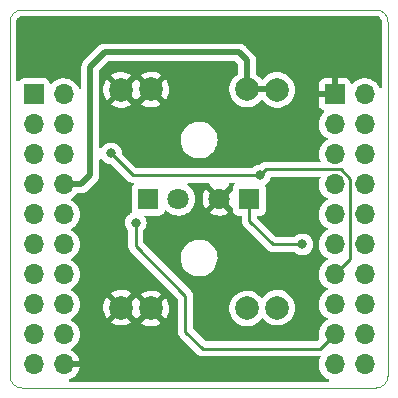
<source format=gbr>
%TF.GenerationSoftware,KiCad,Pcbnew,(5.99.0-3309-g5424d6fa0)*%
%TF.CreationDate,2020-10-07T16:53:38+02:00*%
%TF.ProjectId,ehz-adapter-v2,65687a2d-6164-4617-9074-65722d76322e,rev?*%
%TF.SameCoordinates,Original*%
%TF.FileFunction,Copper,L2,Bot*%
%TF.FilePolarity,Positive*%
%FSLAX46Y46*%
G04 Gerber Fmt 4.6, Leading zero omitted, Abs format (unit mm)*
G04 Created by KiCad (PCBNEW (5.99.0-3309-g5424d6fa0)) date 2020-10-07 16:53:38*
%MOMM*%
%LPD*%
G01*
G04 APERTURE LIST*
%TA.AperFunction,Profile*%
%ADD10C,0.100000*%
%TD*%
%TA.AperFunction,ComponentPad*%
%ADD11C,2.000000*%
%TD*%
%TA.AperFunction,ComponentPad*%
%ADD12R,1.700000X1.700000*%
%TD*%
%TA.AperFunction,ComponentPad*%
%ADD13O,1.700000X1.700000*%
%TD*%
%TA.AperFunction,ComponentPad*%
%ADD14R,1.800000X1.800000*%
%TD*%
%TA.AperFunction,ComponentPad*%
%ADD15C,1.800000*%
%TD*%
%TA.AperFunction,ViaPad*%
%ADD16C,0.800000*%
%TD*%
%TA.AperFunction,Conductor*%
%ADD17C,0.250000*%
%TD*%
%TA.AperFunction,Conductor*%
%ADD18C,0.500000*%
%TD*%
G04 APERTURE END LIST*
D10*
X40000000Y-39000000D02*
G75*
G03*
X39000000Y-40000000I0J-1000000D01*
G01*
X40000000Y-39000000D02*
X70000000Y-39000000D01*
X71000000Y-40000000D02*
X71000000Y-70000000D01*
X39000000Y-70000000D02*
X39000000Y-40000000D01*
X71000000Y-40000000D02*
G75*
G03*
X70000000Y-39000000I-1000000J0D01*
G01*
X39000000Y-70000000D02*
G75*
G03*
X40000000Y-71000000I1000000J0D01*
G01*
X70000000Y-71000000D02*
X40000000Y-71000000D01*
X70000000Y-71000000D02*
G75*
G03*
X71000000Y-70000000I0J1000000D01*
G01*
D11*
X48396000Y-64194800D03*
X50936000Y-64271000D03*
X59064000Y-64271000D03*
X61604000Y-64194800D03*
X48396000Y-45754400D03*
X50936000Y-45729000D03*
X59064000Y-45729000D03*
X61604000Y-45754400D03*
D12*
X41000000Y-46140000D03*
D13*
X43540000Y-46140000D03*
X41000000Y-48680000D03*
X43540000Y-48680000D03*
X41000000Y-51220000D03*
X43540000Y-51220000D03*
X41000000Y-53760000D03*
X43540000Y-53760000D03*
X41000000Y-56300000D03*
X43540000Y-56300000D03*
X41000000Y-58840000D03*
X43540000Y-58840000D03*
X41000000Y-61380000D03*
X43540000Y-61380000D03*
X41000000Y-63920000D03*
X43540000Y-63920000D03*
X41000000Y-66460000D03*
X43540000Y-66460000D03*
X41000000Y-69000000D03*
X43540000Y-69000000D03*
D12*
X66500000Y-46140000D03*
D13*
X69040000Y-46140000D03*
X66500000Y-48680000D03*
X69040000Y-48680000D03*
X66500000Y-51220000D03*
X69040000Y-51220000D03*
X66500000Y-53760000D03*
X69040000Y-53760000D03*
X66500000Y-56300000D03*
X69040000Y-56300000D03*
X66500000Y-58840000D03*
X69040000Y-58840000D03*
X66500000Y-61380000D03*
X69040000Y-61380000D03*
X66500000Y-63920000D03*
X69040000Y-63920000D03*
X66500000Y-66460000D03*
X69040000Y-66460000D03*
X66500000Y-69000000D03*
X69040000Y-69000000D03*
D14*
X59265000Y-55000000D03*
D15*
X56725000Y-55000000D03*
D14*
X50700000Y-55000000D03*
D15*
X53240000Y-55000000D03*
D16*
X60600000Y-59800000D03*
X57000000Y-66200000D03*
X57000000Y-65400000D03*
X63750000Y-58850000D03*
X60150000Y-53000000D03*
X47550000Y-51150000D03*
X49650000Y-57000000D03*
D17*
X61250000Y-58850000D02*
X59265000Y-56865000D01*
X63750000Y-58850000D02*
X61250000Y-58850000D01*
X59265000Y-56865000D02*
X59265000Y-55000000D01*
X60150000Y-53000000D02*
X60650000Y-52500000D01*
X67800000Y-53320998D02*
X67800000Y-60080000D01*
X60650000Y-52500000D02*
X66979002Y-52500000D01*
X60150000Y-53000000D02*
X49400000Y-53000000D01*
X49400000Y-53000000D02*
X47550000Y-51150000D01*
X66979002Y-52500000D02*
X67800000Y-53320998D01*
X67800000Y-60080000D02*
X66500000Y-61380000D01*
X65260000Y-67700000D02*
X66500000Y-66460000D01*
X49650000Y-59000000D02*
X53850000Y-63200000D01*
X49650000Y-57000000D02*
X49650000Y-59000000D01*
X55300000Y-67700000D02*
X65260000Y-67700000D01*
X53850000Y-66250000D02*
X55300000Y-67700000D01*
X53850000Y-63200000D02*
X53850000Y-66250000D01*
D18*
X61578600Y-45729000D02*
X61604000Y-45754400D01*
X59064000Y-43264000D02*
X59064000Y-45729000D01*
X59064000Y-45729000D02*
X61578600Y-45729000D01*
X43540000Y-53760000D02*
X45040000Y-53760000D01*
X58400000Y-42600000D02*
X59064000Y-43264000D01*
X45800000Y-53000000D02*
X45800000Y-43800000D01*
X47000000Y-42600000D02*
X58400000Y-42600000D01*
X45800000Y-43800000D02*
X47000000Y-42600000D01*
X45040000Y-53760000D02*
X45800000Y-53000000D01*
%TA.AperFunction,Conductor*%
G36*
X46767012Y-51624678D02*
G01*
X46793619Y-51656902D01*
X46810963Y-51686944D01*
X46938747Y-51828862D01*
X47093248Y-51941113D01*
X47093250Y-51941114D01*
X47267713Y-52018790D01*
X47454513Y-52058496D01*
X47562592Y-52058496D01*
X48902705Y-53398609D01*
X48908027Y-53406995D01*
X48958320Y-53454224D01*
X48980033Y-53475937D01*
X48983000Y-53478239D01*
X48988136Y-53482224D01*
X49024699Y-53516558D01*
X49051142Y-53531096D01*
X49074974Y-53549582D01*
X49074976Y-53549583D01*
X49121002Y-53569500D01*
X49164952Y-53593662D01*
X49194176Y-53601166D01*
X49208020Y-53607157D01*
X49221863Y-53613147D01*
X49271396Y-53620993D01*
X49493716Y-53678073D01*
X49464060Y-53712297D01*
X49464056Y-53712300D01*
X49368437Y-53822651D01*
X49307780Y-53955471D01*
X49307780Y-53955474D01*
X49287000Y-54099997D01*
X49287000Y-55900001D01*
X49288385Y-55906368D01*
X49333359Y-56113108D01*
X49333360Y-56113109D01*
X49339983Y-56143555D01*
X49245208Y-56185753D01*
X49193250Y-56208886D01*
X49132057Y-56253345D01*
X49038747Y-56321138D01*
X48910963Y-56463056D01*
X48830400Y-56602597D01*
X48815476Y-56628446D01*
X48756462Y-56810073D01*
X48736500Y-57000000D01*
X48756462Y-57189927D01*
X48764017Y-57213179D01*
X48815476Y-57371554D01*
X48881672Y-57486208D01*
X48910963Y-57536942D01*
X49016500Y-57654153D01*
X49016501Y-58930218D01*
X49014334Y-58939912D01*
X49016501Y-59008857D01*
X49016501Y-59039578D01*
X49017786Y-59049753D01*
X49019362Y-59099883D01*
X49027780Y-59128858D01*
X49030128Y-59147448D01*
X49031561Y-59158791D01*
X49050020Y-59205413D01*
X49064014Y-59253579D01*
X49079373Y-59279551D01*
X49090478Y-59307599D01*
X49103800Y-59325935D01*
X49119958Y-59348174D01*
X49145487Y-59391341D01*
X49145855Y-59391759D01*
X49166953Y-59412857D01*
X49184554Y-59437082D01*
X49184555Y-59437083D01*
X49222904Y-59468808D01*
X53216500Y-63462405D01*
X53216501Y-66180218D01*
X53214334Y-66189912D01*
X53216501Y-66258857D01*
X53216501Y-66289578D01*
X53217786Y-66299753D01*
X53219362Y-66349883D01*
X53227780Y-66378858D01*
X53230128Y-66397448D01*
X53231561Y-66408791D01*
X53250020Y-66455413D01*
X53264014Y-66503579D01*
X53279373Y-66529551D01*
X53290478Y-66557599D01*
X53290479Y-66557600D01*
X53319958Y-66598174D01*
X53345487Y-66641341D01*
X53345855Y-66641759D01*
X53366953Y-66662857D01*
X53384554Y-66687082D01*
X53384555Y-66687083D01*
X53422904Y-66718808D01*
X54802707Y-68098612D01*
X54808027Y-68106995D01*
X54858290Y-68154195D01*
X54880033Y-68175938D01*
X54888143Y-68182228D01*
X54924699Y-68216557D01*
X54951139Y-68231092D01*
X54963058Y-68240337D01*
X54974976Y-68249583D01*
X55021003Y-68269501D01*
X55064952Y-68293662D01*
X55094172Y-68301164D01*
X55121864Y-68313148D01*
X55171403Y-68320995D01*
X55219975Y-68333465D01*
X55220529Y-68333500D01*
X55250368Y-68333500D01*
X55279944Y-68338184D01*
X55329498Y-68333500D01*
X65190222Y-68333500D01*
X65199912Y-68335666D01*
X65268826Y-68333500D01*
X65297104Y-68333500D01*
X65184060Y-68644933D01*
X65143048Y-68871731D01*
X65140837Y-69102193D01*
X65177487Y-69329742D01*
X65247209Y-69533962D01*
X65251952Y-69547855D01*
X65362102Y-69750305D01*
X65504789Y-69931302D01*
X65675931Y-70085670D01*
X65748259Y-70131482D01*
X65870638Y-70208997D01*
X65967027Y-70249218D01*
X66022192Y-70293910D01*
X66044436Y-70361332D01*
X66026698Y-70430077D01*
X65974610Y-70478319D01*
X65918505Y-70491500D01*
X44125423Y-70491500D01*
X44057302Y-70471498D01*
X44010809Y-70417842D01*
X44000705Y-70347568D01*
X44030199Y-70282988D01*
X44070485Y-70252108D01*
X44235868Y-70171981D01*
X44423386Y-70037978D01*
X44585647Y-69874294D01*
X44718009Y-69685612D01*
X44816683Y-69477337D01*
X44878859Y-69255398D01*
X44879004Y-69254000D01*
X43286000Y-69254000D01*
X43286000Y-68746000D01*
X44877194Y-68746000D01*
X44825612Y-68547263D01*
X44730952Y-68337125D01*
X44602240Y-68145942D01*
X44443150Y-67979172D01*
X44258238Y-67841594D01*
X44073789Y-67747805D01*
X44423386Y-67497978D01*
X44529135Y-67391302D01*
X44585646Y-67334296D01*
X44718007Y-67145616D01*
X44750109Y-67077857D01*
X44816683Y-66937337D01*
X44878859Y-66715399D01*
X44902749Y-66486167D01*
X44903000Y-66460003D01*
X44898655Y-66408788D01*
X44883514Y-66230349D01*
X44825612Y-66007264D01*
X44821340Y-65997779D01*
X44730952Y-65797125D01*
X44602240Y-65605942D01*
X44602239Y-65605941D01*
X44602238Y-65605939D01*
X44443151Y-65439173D01*
X44424879Y-65425578D01*
X47524431Y-65425578D01*
X47621278Y-65494405D01*
X47839032Y-65601553D01*
X48071105Y-65672505D01*
X48311543Y-65705441D01*
X48554148Y-65699513D01*
X48792693Y-65654870D01*
X49021027Y-65572664D01*
X49148909Y-65501778D01*
X50064431Y-65501778D01*
X50161278Y-65570605D01*
X50379032Y-65677753D01*
X50611105Y-65748705D01*
X50851543Y-65781641D01*
X51094148Y-65775713D01*
X51332693Y-65731070D01*
X51561027Y-65648864D01*
X51773281Y-65531210D01*
X51808941Y-65503150D01*
X50936000Y-64630209D01*
X50064431Y-65501778D01*
X49148909Y-65501778D01*
X49233281Y-65455010D01*
X49268941Y-65426950D01*
X48396000Y-64554009D01*
X47524431Y-65425578D01*
X44424879Y-65425578D01*
X44365143Y-65381133D01*
X44258238Y-65301594D01*
X44073789Y-65207805D01*
X44423386Y-64957978D01*
X44529135Y-64851302D01*
X44585646Y-64794296D01*
X44718007Y-64605616D01*
X44747140Y-64544124D01*
X44816683Y-64397337D01*
X44843855Y-64300344D01*
X46886686Y-64300344D01*
X46922975Y-64540294D01*
X46997161Y-64771357D01*
X47107339Y-64987594D01*
X47165090Y-65066501D01*
X48036791Y-64194800D01*
X48755209Y-64194800D01*
X49704100Y-65143691D01*
X50576791Y-64271000D01*
X51295209Y-64271000D01*
X52167378Y-65143169D01*
X52261852Y-64999891D01*
X52361333Y-64778539D01*
X52424145Y-64544124D01*
X52448668Y-64302685D01*
X52449000Y-64270999D01*
X52429537Y-64029101D01*
X52371650Y-63793425D01*
X52276826Y-63570033D01*
X52168383Y-63397826D01*
X51295209Y-64271000D01*
X50576791Y-64271000D01*
X49630028Y-63324239D01*
X49628383Y-63321626D01*
X48755209Y-64194800D01*
X48036791Y-64194800D01*
X47164502Y-63322511D01*
X47124222Y-63375194D01*
X47009542Y-63589072D01*
X46930533Y-63818532D01*
X46889227Y-64057670D01*
X46886686Y-64300344D01*
X44843855Y-64300344D01*
X44878859Y-64175399D01*
X44902749Y-63946167D01*
X44903000Y-63920003D01*
X44883514Y-63690349D01*
X44825611Y-63467261D01*
X44730952Y-63257125D01*
X44602240Y-63065942D01*
X44602239Y-63065941D01*
X44602238Y-63065939D01*
X44504823Y-62963821D01*
X47524230Y-62963821D01*
X48396000Y-63835591D01*
X49191570Y-63040021D01*
X50064230Y-63040021D01*
X50936000Y-63911791D01*
X51810305Y-63037486D01*
X51799493Y-63028603D01*
X51589742Y-62906525D01*
X51363184Y-62819558D01*
X51125628Y-62769930D01*
X50883199Y-62758922D01*
X50642126Y-62786815D01*
X50408609Y-62852893D01*
X50188667Y-62955454D01*
X50064230Y-63040021D01*
X49191570Y-63040021D01*
X49270305Y-62961286D01*
X49259493Y-62952403D01*
X49049742Y-62830325D01*
X48823184Y-62743358D01*
X48585628Y-62693730D01*
X48343199Y-62682722D01*
X48102126Y-62710615D01*
X47868609Y-62776693D01*
X47648667Y-62879254D01*
X47524230Y-62963821D01*
X44504823Y-62963821D01*
X44443151Y-62899173D01*
X44434047Y-62892399D01*
X44321499Y-62808661D01*
X44258241Y-62761596D01*
X44258240Y-62761595D01*
X44258238Y-62761594D01*
X44073789Y-62667805D01*
X44423386Y-62417978D01*
X44529135Y-62311302D01*
X44585646Y-62254296D01*
X44718007Y-62065616D01*
X44750108Y-61997859D01*
X44816683Y-61857337D01*
X44878859Y-61635399D01*
X44902749Y-61406167D01*
X44903000Y-61380003D01*
X44899823Y-61342554D01*
X44883514Y-61150349D01*
X44825612Y-60927264D01*
X44821340Y-60917779D01*
X44730952Y-60717125D01*
X44602240Y-60525942D01*
X44602239Y-60525941D01*
X44602238Y-60525939D01*
X44443151Y-60359173D01*
X44258241Y-60221596D01*
X44258240Y-60221595D01*
X44258238Y-60221594D01*
X44073789Y-60127805D01*
X44423386Y-59877978D01*
X44529135Y-59771302D01*
X44585646Y-59714296D01*
X44718007Y-59525616D01*
X44737977Y-59483465D01*
X44816683Y-59317337D01*
X44878859Y-59095399D01*
X44902749Y-58866167D01*
X44903000Y-58840003D01*
X44883514Y-58610349D01*
X44825611Y-58387261D01*
X44730952Y-58177125D01*
X44602240Y-57985942D01*
X44602239Y-57985941D01*
X44602238Y-57985939D01*
X44443151Y-57819173D01*
X44258241Y-57681596D01*
X44258240Y-57681595D01*
X44258238Y-57681594D01*
X44073789Y-57587805D01*
X44423386Y-57337978D01*
X44458969Y-57302083D01*
X44585646Y-57174296D01*
X44718007Y-56985616D01*
X44751577Y-56914759D01*
X44816683Y-56777337D01*
X44878859Y-56555399D01*
X44902749Y-56326167D01*
X44903000Y-56300003D01*
X44889726Y-56143555D01*
X44883514Y-56070349D01*
X44825612Y-55847264D01*
X44824414Y-55844603D01*
X44730952Y-55637125D01*
X44602240Y-55445942D01*
X44602239Y-55445941D01*
X44602238Y-55445939D01*
X44443151Y-55279173D01*
X44258241Y-55141596D01*
X44258240Y-55141595D01*
X44258238Y-55141594D01*
X44073789Y-55047805D01*
X44423386Y-54797978D01*
X44529135Y-54691302D01*
X44585646Y-54634296D01*
X44608981Y-54601032D01*
X44666879Y-54518500D01*
X44983544Y-54518500D01*
X45013355Y-54523035D01*
X45069109Y-54518500D01*
X45082886Y-54518500D01*
X45114677Y-54514794D01*
X45175981Y-54509807D01*
X45189606Y-54508699D01*
X45202343Y-54504573D01*
X45215643Y-54503022D01*
X45286317Y-54477369D01*
X45357830Y-54454202D01*
X45369276Y-54447256D01*
X45381864Y-54442687D01*
X45403372Y-54428586D01*
X45444747Y-54401459D01*
X45509006Y-54362465D01*
X45522786Y-54350295D01*
X45529747Y-54345731D01*
X45580048Y-54292632D01*
X46296421Y-53576260D01*
X46320705Y-53558390D01*
X46356926Y-53515755D01*
X46366665Y-53506016D01*
X46386515Y-53480927D01*
X46415342Y-53446995D01*
X46435197Y-53423624D01*
X46435199Y-53423621D01*
X46441287Y-53411699D01*
X46449594Y-53401198D01*
X46481423Y-53333096D01*
X46497034Y-53302524D01*
X46515615Y-53266135D01*
X46515616Y-53266132D01*
X46518799Y-53253126D01*
X46524465Y-53241001D01*
X46524466Y-53240999D01*
X46539774Y-53167403D01*
X46557645Y-53094370D01*
X46558500Y-53080589D01*
X46558784Y-53076012D01*
X46560477Y-53067873D01*
X46558500Y-52994817D01*
X46558500Y-51719902D01*
X46578502Y-51651781D01*
X46632158Y-51605288D01*
X46702432Y-51595184D01*
X46767012Y-51624678D01*
G37*
%TD.AperFunction*%
%TA.AperFunction,Conductor*%
G36*
X65184060Y-53404933D02*
G01*
X65143048Y-53631731D01*
X65140837Y-53862193D01*
X65177487Y-54089742D01*
X65246756Y-54292636D01*
X65251952Y-54307855D01*
X65362102Y-54510305D01*
X65504789Y-54691302D01*
X65675931Y-54845670D01*
X65812195Y-54931979D01*
X65970864Y-55032480D01*
X65696925Y-55198709D01*
X65620800Y-55264768D01*
X65522851Y-55349764D01*
X65376716Y-55527988D01*
X65262699Y-55728287D01*
X65223380Y-55836610D01*
X65184060Y-55944933D01*
X65143048Y-56171731D01*
X65141178Y-56366641D01*
X65140837Y-56402196D01*
X65150640Y-56463056D01*
X65177487Y-56629742D01*
X65247209Y-56833962D01*
X65251952Y-56847855D01*
X65362102Y-57050305D01*
X65504789Y-57231302D01*
X65675931Y-57385670D01*
X65812195Y-57471979D01*
X65970864Y-57572480D01*
X65696925Y-57738709D01*
X65609888Y-57814237D01*
X65522851Y-57889764D01*
X65376716Y-58067988D01*
X65262699Y-58268287D01*
X65223380Y-58376609D01*
X65184060Y-58484933D01*
X65143048Y-58711731D01*
X65141475Y-58875672D01*
X65140837Y-58942196D01*
X65151574Y-59008857D01*
X65177487Y-59169742D01*
X65248746Y-59378464D01*
X65251952Y-59387855D01*
X65362102Y-59590305D01*
X65504789Y-59771302D01*
X65675931Y-59925670D01*
X65793283Y-60000000D01*
X65970864Y-60112480D01*
X65696925Y-60278709D01*
X65609888Y-60354237D01*
X65522851Y-60429764D01*
X65376716Y-60607988D01*
X65262699Y-60808287D01*
X65223380Y-60916610D01*
X65184060Y-61024933D01*
X65143048Y-61251731D01*
X65141401Y-61423399D01*
X65140837Y-61482196D01*
X65162827Y-61618722D01*
X65177487Y-61709742D01*
X65247209Y-61913962D01*
X65251952Y-61927855D01*
X65362102Y-62130305D01*
X65504789Y-62311302D01*
X65675931Y-62465670D01*
X65812195Y-62551979D01*
X65970864Y-62652480D01*
X65696925Y-62818709D01*
X65627154Y-62879254D01*
X65522851Y-62969764D01*
X65376716Y-63147988D01*
X65262699Y-63348287D01*
X65225273Y-63451395D01*
X65184060Y-63564933D01*
X65143048Y-63791731D01*
X65141502Y-63952900D01*
X65140837Y-64022196D01*
X65146551Y-64057670D01*
X65177487Y-64249742D01*
X65247209Y-64453962D01*
X65251952Y-64467855D01*
X65362102Y-64670305D01*
X65504789Y-64851302D01*
X65675931Y-65005670D01*
X65812195Y-65091979D01*
X65970864Y-65192480D01*
X65696925Y-65358709D01*
X65614742Y-65430025D01*
X65522851Y-65509764D01*
X65376716Y-65687988D01*
X65262699Y-65888287D01*
X65226652Y-65987596D01*
X65184060Y-66104933D01*
X65143048Y-66331731D01*
X65141150Y-66529548D01*
X65140837Y-66562196D01*
X65177487Y-66789740D01*
X65202141Y-66861955D01*
X64997596Y-67066500D01*
X55562404Y-67066500D01*
X54483500Y-65987596D01*
X54483500Y-64376544D01*
X57554686Y-64376544D01*
X57570870Y-64483554D01*
X57590975Y-64616495D01*
X57665162Y-64847559D01*
X57775337Y-65063791D01*
X57795968Y-65091979D01*
X57918666Y-65259626D01*
X58091461Y-65430025D01*
X58289274Y-65570603D01*
X58289277Y-65570604D01*
X58289279Y-65570606D01*
X58507028Y-65677752D01*
X58739105Y-65748705D01*
X58979542Y-65781641D01*
X58979543Y-65781641D01*
X59222148Y-65775713D01*
X59460693Y-65731070D01*
X59689027Y-65648864D01*
X59901281Y-65531210D01*
X59998114Y-65455010D01*
X60091996Y-65381133D01*
X60256257Y-65202499D01*
X60256260Y-65202496D01*
X60343634Y-65069987D01*
X60458665Y-65183424D01*
X60458666Y-65183425D01*
X60472575Y-65197141D01*
X60631462Y-65353826D01*
X60829274Y-65494403D01*
X60829277Y-65494404D01*
X60829279Y-65494406D01*
X61047028Y-65601552D01*
X61279105Y-65672505D01*
X61519542Y-65705441D01*
X61519543Y-65705441D01*
X61762148Y-65699513D01*
X62000693Y-65654870D01*
X62229027Y-65572664D01*
X62342500Y-65509765D01*
X62441281Y-65455010D01*
X62563658Y-65358709D01*
X62631996Y-65304933D01*
X62796259Y-65126297D01*
X62835688Y-65066501D01*
X62929852Y-64923693D01*
X62964069Y-64847557D01*
X63029333Y-64702339D01*
X63092145Y-64467924D01*
X63116668Y-64226485D01*
X63117000Y-64194799D01*
X63097537Y-63952901D01*
X63083250Y-63894732D01*
X63057950Y-63791730D01*
X63039650Y-63717225D01*
X62944824Y-63493828D01*
X62815508Y-63288478D01*
X62655018Y-63106438D01*
X62467494Y-62952404D01*
X62467493Y-62952403D01*
X62467490Y-62952401D01*
X62257746Y-62830327D01*
X62257742Y-62830325D01*
X62031184Y-62743358D01*
X61874452Y-62710615D01*
X61793629Y-62693730D01*
X61712818Y-62690061D01*
X61551199Y-62682722D01*
X61551197Y-62682722D01*
X61310123Y-62710615D01*
X61076610Y-62776692D01*
X60856666Y-62879254D01*
X60655948Y-63015662D01*
X60479622Y-63182405D01*
X60333327Y-63373752D01*
X60310188Y-63404016D01*
X60275509Y-63364680D01*
X60275507Y-63364677D01*
X60181995Y-63258609D01*
X60115018Y-63182638D01*
X59927494Y-63028604D01*
X59927493Y-63028603D01*
X59927490Y-63028601D01*
X59717746Y-62906527D01*
X59717742Y-62906525D01*
X59491184Y-62819558D01*
X59336041Y-62787147D01*
X59253629Y-62769930D01*
X59172818Y-62766261D01*
X59011199Y-62758922D01*
X59011197Y-62758922D01*
X58770123Y-62786815D01*
X58536610Y-62852892D01*
X58316666Y-62955454D01*
X58115948Y-63091862D01*
X57949743Y-63249034D01*
X57939618Y-63258609D01*
X57792222Y-63451395D01*
X57677542Y-63665272D01*
X57598533Y-63894732D01*
X57557227Y-64133870D01*
X57554686Y-64376544D01*
X54483500Y-64376544D01*
X54483500Y-63269778D01*
X54485666Y-63260088D01*
X54483500Y-63191174D01*
X54483500Y-63160422D01*
X54482213Y-63150237D01*
X54480638Y-63100116D01*
X54472222Y-63071146D01*
X54468440Y-63041212D01*
X54468440Y-63041211D01*
X54449976Y-62994575D01*
X54442768Y-62969765D01*
X54435986Y-62946421D01*
X54420629Y-62920454D01*
X54409522Y-62892400D01*
X54409522Y-62892399D01*
X54380042Y-62851823D01*
X54354515Y-62808661D01*
X54354514Y-62808660D01*
X54354513Y-62808658D01*
X54354145Y-62808240D01*
X54333048Y-62787143D01*
X54315447Y-62762917D01*
X54277093Y-62731188D01*
X53394995Y-61849090D01*
X51654935Y-60109030D01*
X53440807Y-60109030D01*
X53478296Y-60356911D01*
X53532566Y-60525941D01*
X53554935Y-60595613D01*
X53663298Y-60808286D01*
X53668753Y-60818993D01*
X53816817Y-61021297D01*
X53944106Y-61146820D01*
X53995323Y-61197327D01*
X54199677Y-61342554D01*
X54424621Y-61453241D01*
X54576523Y-61499682D01*
X54664368Y-61526539D01*
X54788560Y-61543551D01*
X54912751Y-61560563D01*
X54912752Y-61560563D01*
X55163374Y-61554439D01*
X55409803Y-61508321D01*
X55645682Y-61423399D01*
X55723970Y-61380003D01*
X55864951Y-61301856D01*
X55928650Y-61251730D01*
X56061968Y-61146820D01*
X56231660Y-60962281D01*
X56369666Y-60752983D01*
X56472436Y-60524311D01*
X56537323Y-60282150D01*
X56562657Y-60032732D01*
X56563000Y-60000000D01*
X56542894Y-59750107D01*
X56483094Y-59506643D01*
X56385136Y-59275866D01*
X56271490Y-59095401D01*
X56251543Y-59063726D01*
X56085751Y-58875672D01*
X55892025Y-58716544D01*
X55675350Y-58590436D01*
X55441300Y-58500592D01*
X55441299Y-58500592D01*
X55441297Y-58500591D01*
X55195897Y-58449325D01*
X54945454Y-58437952D01*
X54945452Y-58437952D01*
X54862439Y-58447557D01*
X54696408Y-58466767D01*
X54455187Y-58535026D01*
X54455184Y-58535027D01*
X54455182Y-58535028D01*
X54227969Y-58640979D01*
X54020618Y-58781895D01*
X53838465Y-58954149D01*
X53704889Y-59128858D01*
X53686192Y-59153313D01*
X53567724Y-59374254D01*
X53486105Y-59611297D01*
X53443433Y-59858339D01*
X53440807Y-60109030D01*
X51654935Y-60109030D01*
X50283500Y-58737596D01*
X50283500Y-57654153D01*
X50389037Y-57536942D01*
X50418329Y-57486208D01*
X50484524Y-57371554D01*
X50535983Y-57213179D01*
X50543538Y-57189927D01*
X50563500Y-57000000D01*
X50543538Y-56810073D01*
X50484524Y-56628446D01*
X50484523Y-56628443D01*
X50360138Y-56413000D01*
X51600002Y-56413000D01*
X51813105Y-56366642D01*
X51813106Y-56366641D01*
X51813108Y-56366641D01*
X51935944Y-56287700D01*
X52031563Y-56177349D01*
X52092220Y-56044529D01*
X52092220Y-56044528D01*
X52151653Y-55914388D01*
X52208280Y-55965464D01*
X52208281Y-55965466D01*
X52385701Y-56125497D01*
X52587549Y-56253346D01*
X52699353Y-56300000D01*
X52808055Y-56345360D01*
X53040907Y-56398903D01*
X53279453Y-56412449D01*
X53279454Y-56412449D01*
X53516868Y-56385610D01*
X53516871Y-56385609D01*
X53516872Y-56385609D01*
X53746374Y-56319149D01*
X53746375Y-56319149D01*
X53746377Y-56319148D01*
X53961395Y-56214973D01*
X54038845Y-56159626D01*
X55924584Y-56159626D01*
X56072548Y-56253345D01*
X56293055Y-56345360D01*
X56525907Y-56398903D01*
X56764454Y-56412449D01*
X57001868Y-56385610D01*
X57231377Y-56319148D01*
X57446399Y-56214971D01*
X57524762Y-56158971D01*
X56725000Y-55359209D01*
X55924584Y-56159626D01*
X54038845Y-56159626D01*
X54155795Y-56076053D01*
X54324003Y-55906369D01*
X54328470Y-55900002D01*
X54461220Y-55710767D01*
X54461221Y-55710765D01*
X54563518Y-55494845D01*
X54627973Y-55264768D01*
X54644525Y-55105942D01*
X55315977Y-55105942D01*
X55353972Y-55341838D01*
X55431169Y-55567952D01*
X55545358Y-55777826D01*
X55564140Y-55801651D01*
X56365791Y-55000000D01*
X55562739Y-54196948D01*
X55560512Y-54199665D01*
X55442309Y-54407316D01*
X55360786Y-54631909D01*
X55318270Y-54867026D01*
X55315977Y-55105942D01*
X54644525Y-55105942D01*
X54652740Y-55027126D01*
X54653000Y-55000000D01*
X54632799Y-54761923D01*
X54572774Y-54530657D01*
X54565629Y-54514794D01*
X54474640Y-54312808D01*
X54471306Y-54307855D01*
X54341207Y-54114612D01*
X54341205Y-54114609D01*
X54176282Y-53941726D01*
X54067230Y-53860589D01*
X54024517Y-53803879D01*
X54019244Y-53733079D01*
X54053086Y-53670667D01*
X54142443Y-53633500D01*
X55812419Y-53633500D01*
X55880540Y-53653502D01*
X55927033Y-53707158D01*
X55937137Y-53777432D01*
X55913468Y-53829259D01*
X56725000Y-54640791D01*
X57532027Y-53833764D01*
X57509517Y-53803878D01*
X57504245Y-53733077D01*
X57538087Y-53670666D01*
X57627443Y-53633500D01*
X58019820Y-53633500D01*
X57933439Y-53822649D01*
X57933437Y-53822651D01*
X57872780Y-53955471D01*
X57872780Y-53955474D01*
X57852000Y-54099997D01*
X57852000Y-54232211D01*
X57084210Y-55000000D01*
X57852000Y-55767789D01*
X57852000Y-55900002D01*
X57883440Y-56044529D01*
X57898359Y-56113108D01*
X57977300Y-56235944D01*
X58087651Y-56331563D01*
X58220471Y-56392220D01*
X58289835Y-56402193D01*
X58364997Y-56413000D01*
X58631500Y-56413000D01*
X58631500Y-56795222D01*
X58629334Y-56804912D01*
X58629334Y-56804913D01*
X58630389Y-56838464D01*
X58631500Y-56873826D01*
X58631500Y-56904577D01*
X58632787Y-56914759D01*
X58634362Y-56964883D01*
X58642779Y-56993857D01*
X58646560Y-57023788D01*
X58665024Y-57070424D01*
X58679014Y-57118578D01*
X58692316Y-57141070D01*
X58694372Y-57144547D01*
X58705478Y-57172600D01*
X58734960Y-57213179D01*
X58760485Y-57256338D01*
X58760487Y-57256341D01*
X58760855Y-57256759D01*
X58781952Y-57277856D01*
X58799554Y-57302083D01*
X58837909Y-57333813D01*
X60752707Y-59248612D01*
X60758027Y-59256995D01*
X60808290Y-59304195D01*
X60830033Y-59325938D01*
X60838143Y-59332228D01*
X60874699Y-59366557D01*
X60901139Y-59381092D01*
X60919631Y-59395436D01*
X60924978Y-59399584D01*
X60971004Y-59419502D01*
X61014952Y-59443662D01*
X61044177Y-59451166D01*
X61052203Y-59454639D01*
X61071864Y-59463147D01*
X61121395Y-59470993D01*
X61169975Y-59483465D01*
X61170529Y-59483500D01*
X61200369Y-59483500D01*
X61229944Y-59488184D01*
X61279498Y-59483500D01*
X63097904Y-59483500D01*
X63138750Y-59528864D01*
X63293248Y-59641113D01*
X63293250Y-59641114D01*
X63467713Y-59718790D01*
X63654513Y-59758496D01*
X63845487Y-59758496D01*
X64032287Y-59718790D01*
X64206750Y-59641114D01*
X64206752Y-59641113D01*
X64361253Y-59528862D01*
X64489037Y-59386944D01*
X64584524Y-59221554D01*
X64589768Y-59205414D01*
X64643538Y-59039927D01*
X64663500Y-58850000D01*
X64643538Y-58660073D01*
X64584524Y-58478446D01*
X64561145Y-58437952D01*
X64489037Y-58313056D01*
X64361253Y-58171138D01*
X64206752Y-58058887D01*
X64206750Y-58058886D01*
X64032287Y-57981210D01*
X63845487Y-57941504D01*
X63654513Y-57941504D01*
X63467713Y-57981210D01*
X63293250Y-58058886D01*
X63293248Y-58058887D01*
X63280722Y-58067988D01*
X63138749Y-58171137D01*
X63097904Y-58216500D01*
X61512405Y-58216500D01*
X59898500Y-56602596D01*
X59898500Y-56413000D01*
X60165002Y-56413000D01*
X60378105Y-56366642D01*
X60378106Y-56366641D01*
X60378108Y-56366641D01*
X60500944Y-56287700D01*
X60596563Y-56177349D01*
X60657220Y-56044529D01*
X60667610Y-55972264D01*
X60678000Y-55900003D01*
X60678000Y-54099998D01*
X60610253Y-53788571D01*
X60761253Y-53678862D01*
X60889037Y-53536944D01*
X60984525Y-53371553D01*
X61016746Y-53272384D01*
X61043538Y-53189927D01*
X61043538Y-53189924D01*
X61061871Y-53133500D01*
X65282586Y-53133500D01*
X65184060Y-53404933D01*
G37*
%TD.AperFunction*%
%TA.AperFunction,Conductor*%
G36*
X70098305Y-39521102D02*
G01*
X70192593Y-39550650D01*
X70279014Y-39598554D01*
X70354036Y-39662855D01*
X70414596Y-39740930D01*
X70458222Y-39829588D01*
X70477005Y-39901695D01*
X70484708Y-39931268D01*
X70491500Y-40019532D01*
X70491500Y-45469032D01*
X70471498Y-45537153D01*
X70417842Y-45583646D01*
X70347568Y-45593750D01*
X70282988Y-45564256D01*
X70250618Y-45520782D01*
X70230952Y-45477125D01*
X70102240Y-45285942D01*
X70102238Y-45285939D01*
X69943151Y-45119173D01*
X69758241Y-44981596D01*
X69552794Y-44877141D01*
X69332684Y-44808796D01*
X69104206Y-44778513D01*
X69104203Y-44778513D01*
X68989049Y-44782836D01*
X68873892Y-44787160D01*
X68648328Y-44834488D01*
X68648326Y-44834489D01*
X68648325Y-44834489D01*
X68433963Y-44919144D01*
X68236925Y-45038709D01*
X68144201Y-45119172D01*
X68062851Y-45189764D01*
X68052849Y-45201962D01*
X67994191Y-45241956D01*
X67923221Y-45243888D01*
X67862472Y-45207144D01*
X67832296Y-45148855D01*
X67816642Y-45076894D01*
X67737699Y-44954055D01*
X67627349Y-44858437D01*
X67494526Y-44797780D01*
X67350003Y-44777000D01*
X66754000Y-44777000D01*
X66754000Y-46394000D01*
X65137000Y-46394000D01*
X65137000Y-46990002D01*
X65183358Y-47203105D01*
X65262301Y-47325945D01*
X65372651Y-47421563D01*
X65521950Y-47489745D01*
X65520389Y-47493164D01*
X65556853Y-47509818D01*
X65595234Y-47569546D01*
X65595231Y-47640543D01*
X65556918Y-47700202D01*
X65522851Y-47729764D01*
X65376716Y-47907988D01*
X65262699Y-48108287D01*
X65223872Y-48215253D01*
X65184060Y-48324933D01*
X65143048Y-48551731D01*
X65141467Y-48716544D01*
X65140837Y-48782196D01*
X65162827Y-48918722D01*
X65177487Y-49009742D01*
X65247209Y-49213962D01*
X65251952Y-49227855D01*
X65362102Y-49430305D01*
X65504789Y-49611302D01*
X65675931Y-49765670D01*
X65812195Y-49851979D01*
X65970864Y-49952480D01*
X65696925Y-50118709D01*
X65609888Y-50194237D01*
X65522851Y-50269764D01*
X65376716Y-50447988D01*
X65262699Y-50648287D01*
X65224697Y-50752981D01*
X65184060Y-50864933D01*
X65143048Y-51091731D01*
X65140837Y-51322193D01*
X65177487Y-51549742D01*
X65285630Y-51866500D01*
X60719778Y-51866500D01*
X60710088Y-51864334D01*
X60710087Y-51864334D01*
X60641169Y-51866500D01*
X60610422Y-51866500D01*
X60600237Y-51867787D01*
X60562647Y-51868968D01*
X60550116Y-51869362D01*
X60521148Y-51877778D01*
X60491212Y-51881560D01*
X60467896Y-51890791D01*
X60444577Y-51900023D01*
X60412474Y-51909350D01*
X60396421Y-51914014D01*
X60370454Y-51929371D01*
X60356427Y-51934925D01*
X60342402Y-51940477D01*
X60342401Y-51940477D01*
X60342400Y-51940478D01*
X60301823Y-51969959D01*
X60258658Y-51995487D01*
X60258241Y-51995855D01*
X60237145Y-52016951D01*
X60212917Y-52034554D01*
X60181187Y-52072909D01*
X60162592Y-52091504D01*
X60054513Y-52091504D01*
X59867713Y-52131210D01*
X59693250Y-52208886D01*
X59693248Y-52208887D01*
X59538750Y-52321136D01*
X59538749Y-52321137D01*
X59497904Y-52366500D01*
X49662405Y-52366500D01*
X48465567Y-51169662D01*
X48457376Y-51091730D01*
X48443538Y-50960073D01*
X48384524Y-50778446D01*
X48372592Y-50757779D01*
X48289037Y-50613056D01*
X48161253Y-50471138D01*
X48006752Y-50358887D01*
X48002314Y-50356911D01*
X47832287Y-50281210D01*
X47645487Y-50241504D01*
X47454513Y-50241504D01*
X47267713Y-50281210D01*
X47097686Y-50356911D01*
X47093248Y-50358887D01*
X46938747Y-50471138D01*
X46810963Y-50613056D01*
X46793619Y-50643098D01*
X46742237Y-50692091D01*
X46672523Y-50705528D01*
X46606612Y-50679141D01*
X46565430Y-50621309D01*
X46558500Y-50580098D01*
X46558500Y-50109029D01*
X53440807Y-50109029D01*
X53478296Y-50356912D01*
X53514538Y-50469792D01*
X53549954Y-50580098D01*
X53554935Y-50595613D01*
X53651304Y-50784747D01*
X53668753Y-50818993D01*
X53816817Y-51021297D01*
X53963476Y-51165922D01*
X53995323Y-51197327D01*
X54199677Y-51342554D01*
X54424621Y-51453241D01*
X54576523Y-51499682D01*
X54664368Y-51526539D01*
X54788560Y-51543551D01*
X54912751Y-51560563D01*
X54912752Y-51560563D01*
X55163374Y-51554439D01*
X55409803Y-51508321D01*
X55645682Y-51423399D01*
X55864951Y-51301856D01*
X55968972Y-51220000D01*
X56061968Y-51146820D01*
X56231660Y-50962281D01*
X56369666Y-50752983D01*
X56377668Y-50735179D01*
X56472436Y-50524311D01*
X56492887Y-50447988D01*
X56537323Y-50282150D01*
X56562657Y-50032732D01*
X56563000Y-50000000D01*
X56551602Y-49858339D01*
X56542894Y-49750106D01*
X56523423Y-49670835D01*
X56483094Y-49506643D01*
X56385136Y-49275866D01*
X56251542Y-49063725D01*
X56085754Y-48875675D01*
X56085751Y-48875672D01*
X55892025Y-48716544D01*
X55675350Y-48590436D01*
X55441300Y-48500592D01*
X55441299Y-48500592D01*
X55441297Y-48500591D01*
X55195897Y-48449325D01*
X54945454Y-48437952D01*
X54945452Y-48437952D01*
X54862439Y-48447557D01*
X54696408Y-48466767D01*
X54455187Y-48535026D01*
X54455184Y-48535027D01*
X54455182Y-48535028D01*
X54227969Y-48640979D01*
X54020618Y-48781895D01*
X53838465Y-48954149D01*
X53686194Y-49153310D01*
X53686192Y-49153313D01*
X53567724Y-49374254D01*
X53486105Y-49611297D01*
X53443433Y-49858339D01*
X53442465Y-49950711D01*
X53440807Y-50109029D01*
X46558500Y-50109029D01*
X46558500Y-46985178D01*
X47524431Y-46985178D01*
X47621278Y-47054005D01*
X47839032Y-47161153D01*
X48071105Y-47232105D01*
X48311543Y-47265041D01*
X48554148Y-47259113D01*
X48792693Y-47214470D01*
X49021027Y-47132264D01*
X49233281Y-47014610D01*
X49268941Y-46986550D01*
X49242169Y-46959778D01*
X50064431Y-46959778D01*
X50161278Y-47028605D01*
X50379032Y-47135753D01*
X50611105Y-47206705D01*
X50851543Y-47239641D01*
X51094148Y-47233713D01*
X51332693Y-47189070D01*
X51561027Y-47106864D01*
X51773281Y-46989210D01*
X51808941Y-46961150D01*
X50936000Y-46088209D01*
X50064431Y-46959778D01*
X49242169Y-46959778D01*
X48396000Y-46113609D01*
X47524431Y-46985178D01*
X46558500Y-46985178D01*
X46558500Y-45859944D01*
X46886686Y-45859944D01*
X46922975Y-46099894D01*
X46997161Y-46330957D01*
X47107339Y-46547194D01*
X47165090Y-46626101D01*
X48036791Y-45754400D01*
X48755209Y-45754400D01*
X49627379Y-46626570D01*
X49673184Y-46557103D01*
X49705092Y-46600699D01*
X50576791Y-45729000D01*
X51295209Y-45729000D01*
X52167378Y-46601169D01*
X52261852Y-46457891D01*
X52361333Y-46236539D01*
X52424145Y-46002124D01*
X52448668Y-45760685D01*
X52449000Y-45728999D01*
X52429537Y-45487101D01*
X52371650Y-45251425D01*
X52276826Y-45028033D01*
X52168383Y-44855826D01*
X51295209Y-45729000D01*
X50576791Y-45729000D01*
X49704502Y-44856711D01*
X49654293Y-44922380D01*
X49628381Y-44881229D01*
X48755209Y-45754400D01*
X48036791Y-45754400D01*
X47164502Y-44882111D01*
X47124222Y-44934794D01*
X47009542Y-45148672D01*
X46930533Y-45378132D01*
X46889227Y-45617270D01*
X46886686Y-45859944D01*
X46558500Y-45859944D01*
X46558500Y-44523421D01*
X47524230Y-44523421D01*
X48396000Y-45395191D01*
X49270305Y-44520886D01*
X49259493Y-44512003D01*
X49235470Y-44498021D01*
X50064230Y-44498021D01*
X50936000Y-45369791D01*
X51810305Y-44495486D01*
X51799493Y-44486603D01*
X51589742Y-44364525D01*
X51363184Y-44277558D01*
X51125628Y-44227930D01*
X50883199Y-44216922D01*
X50642126Y-44244815D01*
X50408609Y-44310893D01*
X50188667Y-44413454D01*
X50064230Y-44498021D01*
X49235470Y-44498021D01*
X49049742Y-44389925D01*
X48823184Y-44302958D01*
X48585628Y-44253330D01*
X48343199Y-44242322D01*
X48102126Y-44270215D01*
X47868609Y-44336293D01*
X47648667Y-44438854D01*
X47524230Y-44523421D01*
X46558500Y-44523421D01*
X46558500Y-44114180D01*
X47314181Y-43358500D01*
X58085820Y-43358500D01*
X58305500Y-43578181D01*
X58305500Y-44421041D01*
X58171656Y-44512003D01*
X58115948Y-44549862D01*
X57939622Y-44716605D01*
X57939618Y-44716609D01*
X57792222Y-44909395D01*
X57677542Y-45123272D01*
X57598533Y-45352732D01*
X57557227Y-45591870D01*
X57554686Y-45834544D01*
X57578879Y-45994511D01*
X57590975Y-46074495D01*
X57665162Y-46305559D01*
X57775337Y-46521791D01*
X57813920Y-46574508D01*
X57918666Y-46717626D01*
X58091461Y-46888025D01*
X58289274Y-47028603D01*
X58289277Y-47028604D01*
X58289279Y-47028606D01*
X58507028Y-47135752D01*
X58739105Y-47206705D01*
X58979542Y-47239641D01*
X58979543Y-47239641D01*
X59222148Y-47233713D01*
X59460693Y-47189070D01*
X59689027Y-47106864D01*
X59746331Y-47075100D01*
X59901281Y-46989210D01*
X59997587Y-46913425D01*
X60091996Y-46839133D01*
X60335330Y-46574508D01*
X60458666Y-46743026D01*
X60631461Y-46913425D01*
X60829274Y-47054003D01*
X60829277Y-47054004D01*
X60829279Y-47054006D01*
X61047028Y-47161152D01*
X61279105Y-47232105D01*
X61519542Y-47265041D01*
X61519543Y-47265041D01*
X61762148Y-47259113D01*
X62000693Y-47214470D01*
X62229027Y-47132264D01*
X62312257Y-47086129D01*
X62441281Y-47014610D01*
X62510960Y-46959778D01*
X62631996Y-46864533D01*
X62796259Y-46685897D01*
X62835688Y-46626101D01*
X62929852Y-46483293D01*
X63029333Y-46261938D01*
X63036139Y-46236539D01*
X63092145Y-46027524D01*
X63116668Y-45786085D01*
X63117000Y-45754399D01*
X63101701Y-45564256D01*
X63097537Y-45512500D01*
X63062484Y-45369791D01*
X63042886Y-45289997D01*
X65137000Y-45289997D01*
X65137000Y-45886000D01*
X66246000Y-45886000D01*
X66246000Y-44777000D01*
X65649998Y-44777000D01*
X65436895Y-44823358D01*
X65314055Y-44902301D01*
X65218437Y-45012651D01*
X65157780Y-45145474D01*
X65137000Y-45289997D01*
X63042886Y-45289997D01*
X63039650Y-45276825D01*
X62944824Y-45053428D01*
X62815508Y-44848078D01*
X62655018Y-44666038D01*
X62467494Y-44512004D01*
X62467493Y-44512003D01*
X62467490Y-44512001D01*
X62257746Y-44389927D01*
X62257742Y-44389925D01*
X62031184Y-44302958D01*
X61874452Y-44270215D01*
X61793629Y-44253330D01*
X61712818Y-44249661D01*
X61551199Y-44242322D01*
X61551197Y-44242322D01*
X61310123Y-44270215D01*
X61076610Y-44336292D01*
X60856666Y-44438854D01*
X60655948Y-44575262D01*
X60479622Y-44742005D01*
X60351790Y-44909203D01*
X60204388Y-44742009D01*
X60115018Y-44640639D01*
X60115016Y-44640638D01*
X60115014Y-44640635D01*
X59927493Y-44486602D01*
X59822500Y-44425495D01*
X59822500Y-43320457D01*
X59827035Y-43290646D01*
X59826514Y-43284246D01*
X59822500Y-43234891D01*
X59822500Y-43221114D01*
X59818794Y-43189323D01*
X59812699Y-43114395D01*
X59812698Y-43114393D01*
X59812698Y-43114390D01*
X59808574Y-43101656D01*
X59807023Y-43088360D01*
X59781375Y-43017700D01*
X59758201Y-42946166D01*
X59751255Y-42934720D01*
X59746687Y-42922135D01*
X59727065Y-42892207D01*
X59705462Y-42859256D01*
X59666465Y-42794993D01*
X59657325Y-42784644D01*
X59657323Y-42784642D01*
X59654293Y-42781211D01*
X59649731Y-42774253D01*
X59596660Y-42723979D01*
X58976265Y-42103585D01*
X58958390Y-42079294D01*
X58915745Y-42043065D01*
X58906015Y-42033335D01*
X58880954Y-42013507D01*
X58823623Y-41964802D01*
X58811693Y-41958710D01*
X58801196Y-41950405D01*
X58733119Y-41918588D01*
X58666138Y-41884386D01*
X58666136Y-41884386D01*
X58666135Y-41884385D01*
X58653124Y-41881201D01*
X58640998Y-41875534D01*
X58640996Y-41875534D01*
X58640995Y-41875533D01*
X58567409Y-41860227D01*
X58494370Y-41842355D01*
X58480589Y-41841500D01*
X58480587Y-41841500D01*
X58476010Y-41841216D01*
X58467870Y-41839523D01*
X58394802Y-41841500D01*
X47056456Y-41841500D01*
X47026645Y-41836965D01*
X46970891Y-41841500D01*
X46957114Y-41841500D01*
X46925324Y-41845206D01*
X46865381Y-41850082D01*
X46850393Y-41851301D01*
X46837656Y-41855427D01*
X46828791Y-41856461D01*
X46824357Y-41856978D01*
X46815412Y-41860225D01*
X46753663Y-41882638D01*
X46748272Y-41884385D01*
X46682168Y-41905799D01*
X46670724Y-41912743D01*
X46658137Y-41917312D01*
X46656191Y-41918588D01*
X46595248Y-41958544D01*
X46530993Y-41997535D01*
X46530992Y-41997536D01*
X46517210Y-42009708D01*
X46510253Y-42014269D01*
X46482973Y-42043067D01*
X46459972Y-42067347D01*
X45303582Y-43223738D01*
X45279295Y-43241610D01*
X45243072Y-43284248D01*
X45233338Y-43293981D01*
X45233335Y-43293985D01*
X45213483Y-43319078D01*
X45164804Y-43376376D01*
X45158715Y-43388301D01*
X45153875Y-43394419D01*
X45150404Y-43398805D01*
X45126220Y-43450552D01*
X45118574Y-43466911D01*
X45084386Y-43533865D01*
X45081203Y-43546873D01*
X45075533Y-43559004D01*
X45060219Y-43632629D01*
X45042356Y-43705630D01*
X45041217Y-43723984D01*
X45039523Y-43732129D01*
X45041501Y-43805235D01*
X45041501Y-45580030D01*
X45021499Y-45648151D01*
X44967843Y-45694644D01*
X44897569Y-45704748D01*
X44832989Y-45675254D01*
X44800619Y-45631780D01*
X44730952Y-45477125D01*
X44602240Y-45285942D01*
X44602238Y-45285939D01*
X44443151Y-45119173D01*
X44258241Y-44981596D01*
X44052794Y-44877141D01*
X43832684Y-44808796D01*
X43604206Y-44778513D01*
X43604203Y-44778513D01*
X43489049Y-44782836D01*
X43373892Y-44787160D01*
X43148328Y-44834488D01*
X43148326Y-44834489D01*
X43148325Y-44834489D01*
X42933963Y-44919144D01*
X42736925Y-45038709D01*
X42644201Y-45119172D01*
X42562851Y-45189764D01*
X42552849Y-45201962D01*
X42494191Y-45241956D01*
X42423221Y-45243888D01*
X42362472Y-45207144D01*
X42332296Y-45148855D01*
X42316642Y-45076894D01*
X42301565Y-45053433D01*
X42237700Y-44954056D01*
X42127349Y-44858437D01*
X41994529Y-44797780D01*
X41920665Y-44787160D01*
X41850003Y-44777000D01*
X40149998Y-44777000D01*
X39936895Y-44823358D01*
X39936894Y-44823359D01*
X39936892Y-44823359D01*
X39814056Y-44902300D01*
X39814055Y-44902301D01*
X39729725Y-44999624D01*
X39669999Y-45038008D01*
X39599002Y-45038008D01*
X39539276Y-44999625D01*
X39508500Y-44917112D01*
X39508500Y-40025757D01*
X39521102Y-39901694D01*
X39531499Y-39868517D01*
X39550650Y-39807407D01*
X39598554Y-39720986D01*
X39662855Y-39645964D01*
X39740930Y-39585404D01*
X39829588Y-39541778D01*
X39931268Y-39515292D01*
X40019532Y-39508500D01*
X69974243Y-39508500D01*
X70098305Y-39521102D01*
G37*
%TD.AperFunction*%
M02*

</source>
